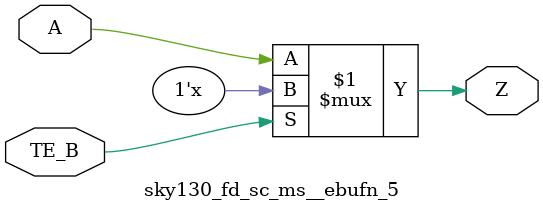
<source format=v>
module sky130_fd_sc_ms__ebufn_5 (
    Z   ,
    A   ,
    TE_B
);
    output Z   ;
    input  A   ;
    input  TE_B;
    bufif0 bufif00 (Z     , A, TE_B        );
endmodule
</source>
